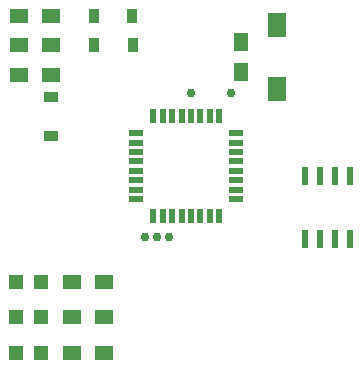
<source format=gbr>
G04 #@! TF.FileFunction,Paste,Top*
%FSLAX46Y46*%
G04 Gerber Fmt 4.6, Leading zero omitted, Abs format (unit mm)*
G04 Created by KiCad (PCBNEW 4.0.5) date Thu Feb  9 17:30:12 2017*
%MOMM*%
%LPD*%
G01*
G04 APERTURE LIST*
%ADD10C,0.100000*%
%ADD11R,0.600000X1.550000*%
%ADD12C,0.750000*%
%ADD13R,1.250000X1.500000*%
%ADD14R,0.910000X1.220000*%
%ADD15R,1.220000X0.910000*%
%ADD16R,1.198880X1.198880*%
%ADD17R,1.500000X1.300000*%
%ADD18R,1.600000X2.000000*%
%ADD19R,1.200000X0.600000*%
%ADD20R,0.600000X1.200000*%
G04 APERTURE END LIST*
D10*
D11*
X163905000Y-110800000D03*
X162635000Y-110800000D03*
X161365000Y-110800000D03*
X160095000Y-110800000D03*
X160095000Y-116200000D03*
X161365000Y-116200000D03*
X162635000Y-116200000D03*
X163905000Y-116200000D03*
D12*
X150400000Y-103800000D03*
X153800000Y-103800000D03*
X148500000Y-116000000D03*
X147500000Y-116000000D03*
D13*
X154660000Y-102030000D03*
X154660000Y-99530000D03*
D14*
X142175000Y-97280000D03*
X145445000Y-97280000D03*
X142190000Y-99780000D03*
X145460000Y-99780000D03*
D15*
X138510000Y-104145000D03*
X138510000Y-107415000D03*
D16*
X137709020Y-125780000D03*
X135610980Y-125780000D03*
X137660000Y-119780000D03*
X135561960Y-119780000D03*
X137660000Y-122780000D03*
X135561960Y-122780000D03*
D17*
X138510000Y-97280000D03*
X135810000Y-97280000D03*
X138510000Y-99780000D03*
X135810000Y-99780000D03*
X138510000Y-102280000D03*
X135810000Y-102280000D03*
X143010000Y-125780000D03*
X140310000Y-125780000D03*
X143010000Y-119780000D03*
X140310000Y-119780000D03*
X143010000Y-122780000D03*
X140310000Y-122780000D03*
D18*
X157660000Y-98080000D03*
X157660000Y-103480000D03*
D19*
X145750000Y-107200000D03*
X145750000Y-108000000D03*
X145750000Y-108800000D03*
X145750000Y-109600000D03*
X145750000Y-110400000D03*
X145750000Y-111200000D03*
X145750000Y-112000000D03*
X145750000Y-112800000D03*
D20*
X147200000Y-114250000D03*
X148000000Y-114250000D03*
X148800000Y-114250000D03*
X149600000Y-114250000D03*
X150400000Y-114250000D03*
X151200000Y-114250000D03*
X152000000Y-114250000D03*
X152800000Y-114250000D03*
D19*
X154250000Y-112800000D03*
X154250000Y-112000000D03*
X154250000Y-111200000D03*
X154250000Y-110400000D03*
X154250000Y-109600000D03*
X154250000Y-108800000D03*
X154250000Y-108000000D03*
X154250000Y-107200000D03*
D20*
X152800000Y-105750000D03*
X152000000Y-105750000D03*
X151200000Y-105750000D03*
X150400000Y-105750000D03*
X149600000Y-105750000D03*
X148800000Y-105750000D03*
X148000000Y-105750000D03*
X147200000Y-105750000D03*
D12*
X146500000Y-116000000D03*
M02*

</source>
